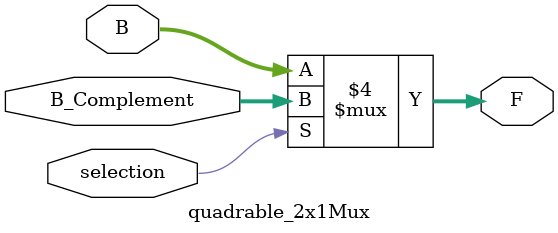
<source format=v>
module quadrable_2x1Mux(B,B_Complement,selection,F);
input [3:0]B; // 4 - bit 
input [3:0]B_Complement; // 4 - bit 
input selection; // zero or one
output [3:0]F;// 4 - bit 
reg [3:0]F;// 4 - bit 
always @ (B or B_Complement or selection)
       if (selection ==0)
		 F = B;
       else 
       F = B_Complement;    
endmodule 
</source>
